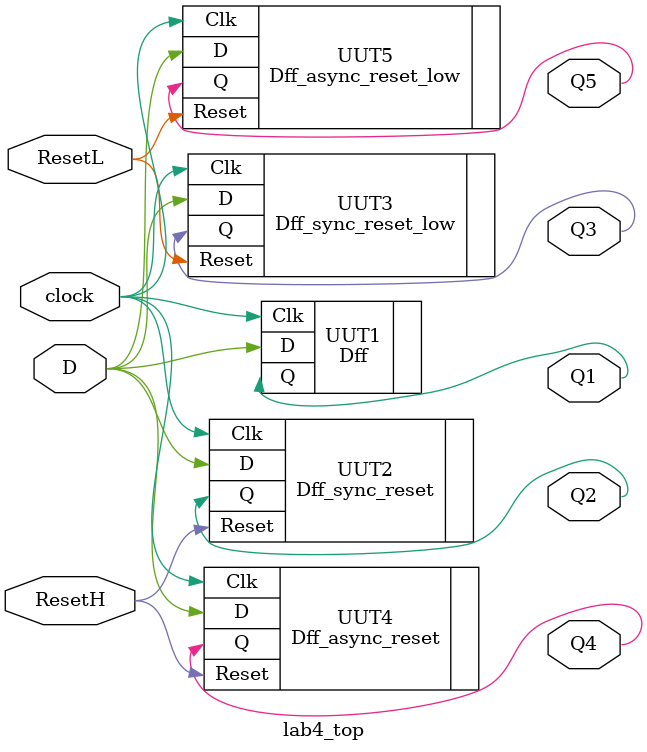
<source format=v>
`timescale 1ns / 1ps


module lab4_top(
    input D,
    input clock,
    input ResetH,
    input ResetL,
    output Q1, Q2, Q3, Q4, Q5
    );

    Dff UUT1 (
        .D(D),
        .Clk(clock),
        .Q(Q1)
    );

    Dff_sync_reset UUT2 (
        .D(D),
        .Clk(clock),
        .Reset(ResetH),
        .Q(Q2)
    );

    Dff_sync_reset_low UUT3 (
        .D(D),
        .Clk(clock),
        .Reset(ResetL),
        .Q(Q3)
    );

    Dff_async_reset UUT4 (
        .D(D),
        .Clk(clock),
        .Reset(ResetH),
        .Q(Q4)
    );

    Dff_async_reset_low UUT5 (
        .D(D),
        .Clk(clock),
        .Reset(ResetL),
        .Q(Q5)
    );
endmodule

</source>
